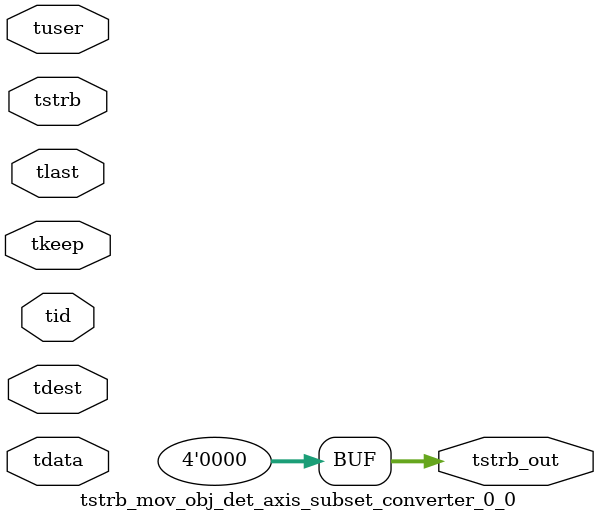
<source format=v>


`timescale 1ps/1ps

module tstrb_mov_obj_det_axis_subset_converter_0_0 #
(
parameter C_S_AXIS_TDATA_WIDTH = 32,
parameter C_S_AXIS_TUSER_WIDTH = 0,
parameter C_S_AXIS_TID_WIDTH   = 0,
parameter C_S_AXIS_TDEST_WIDTH = 0,
parameter C_M_AXIS_TDATA_WIDTH = 32
)
(
input  [(C_S_AXIS_TDATA_WIDTH == 0 ? 1 : C_S_AXIS_TDATA_WIDTH)-1:0     ] tdata,
input  [(C_S_AXIS_TUSER_WIDTH == 0 ? 1 : C_S_AXIS_TUSER_WIDTH)-1:0     ] tuser,
input  [(C_S_AXIS_TID_WIDTH   == 0 ? 1 : C_S_AXIS_TID_WIDTH)-1:0       ] tid,
input  [(C_S_AXIS_TDEST_WIDTH == 0 ? 1 : C_S_AXIS_TDEST_WIDTH)-1:0     ] tdest,
input  [(C_S_AXIS_TDATA_WIDTH/8)-1:0 ] tkeep,
input  [(C_S_AXIS_TDATA_WIDTH/8)-1:0 ] tstrb,
input                                                                    tlast,
output [(C_M_AXIS_TDATA_WIDTH/8)-1:0 ] tstrb_out
);

assign tstrb_out = {1'b0};

endmodule


</source>
